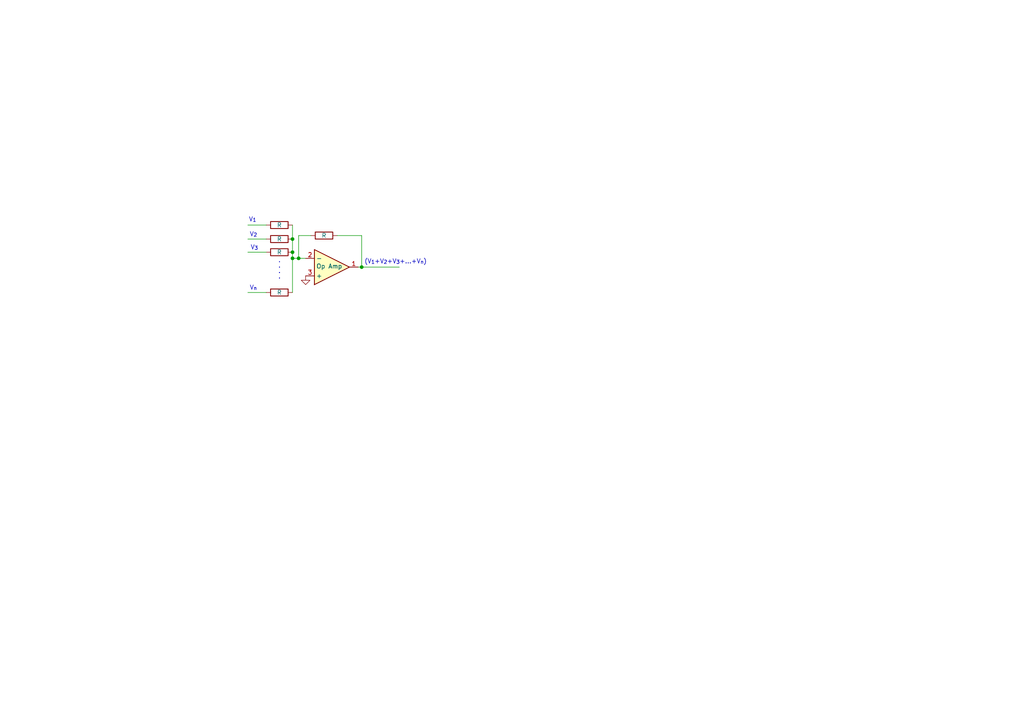
<source format=kicad_sch>
(kicad_sch (version 20211123) (generator eeschema)

  (uuid 0dcdf1b8-13c6-48b4-bd94-5d26038ff231)

  (paper "A4")

  (lib_symbols
    (symbol "Device:Opamp_Dual" (in_bom yes) (on_board yes)
      (property "Reference" "U" (id 0) (at 0 5.08 0)
        (effects (font (size 1.27 1.27)) (justify left))
      )
      (property "Value" "Opamp_Dual" (id 1) (at 0 -5.08 0)
        (effects (font (size 1.27 1.27)) (justify left))
      )
      (property "Footprint" "" (id 2) (at 0 0 0)
        (effects (font (size 1.27 1.27)) hide)
      )
      (property "Datasheet" "~" (id 3) (at 0 0 0)
        (effects (font (size 1.27 1.27)) hide)
      )
      (property "ki_locked" "" (id 4) (at 0 0 0)
        (effects (font (size 1.27 1.27)))
      )
      (property "ki_keywords" "dual opamp" (id 5) (at 0 0 0)
        (effects (font (size 1.27 1.27)) hide)
      )
      (property "ki_description" "Dual operational amplifier" (id 6) (at 0 0 0)
        (effects (font (size 1.27 1.27)) hide)
      )
      (property "ki_fp_filters" "SOIC*3.9x4.9mm*P1.27mm* DIP*W7.62mm* MSOP*3x3mm*P0.65mm* SSOP*2.95x2.8mm*P0.65mm* TSSOP*3x3mm*P0.65mm* VSSOP*P0.5mm* TO?99*" (id 7) (at 0 0 0)
        (effects (font (size 1.27 1.27)) hide)
      )
      (symbol "Opamp_Dual_1_1"
        (polyline
          (pts
            (xy -5.08 5.08)
            (xy 5.08 0)
            (xy -5.08 -5.08)
            (xy -5.08 5.08)
          )
          (stroke (width 0.254) (type default) (color 0 0 0 0))
          (fill (type background))
        )
        (pin output line (at 7.62 0 180) (length 2.54)
          (name "~" (effects (font (size 1.27 1.27))))
          (number "1" (effects (font (size 1.27 1.27))))
        )
        (pin input line (at -7.62 -2.54 0) (length 2.54)
          (name "-" (effects (font (size 1.27 1.27))))
          (number "2" (effects (font (size 1.27 1.27))))
        )
        (pin input line (at -7.62 2.54 0) (length 2.54)
          (name "+" (effects (font (size 1.27 1.27))))
          (number "3" (effects (font (size 1.27 1.27))))
        )
      )
      (symbol "Opamp_Dual_2_1"
        (polyline
          (pts
            (xy -5.08 5.08)
            (xy 5.08 0)
            (xy -5.08 -5.08)
            (xy -5.08 5.08)
          )
          (stroke (width 0.254) (type default) (color 0 0 0 0))
          (fill (type background))
        )
        (pin input line (at -7.62 2.54 0) (length 2.54)
          (name "+" (effects (font (size 1.27 1.27))))
          (number "5" (effects (font (size 1.27 1.27))))
        )
        (pin input line (at -7.62 -2.54 0) (length 2.54)
          (name "-" (effects (font (size 1.27 1.27))))
          (number "6" (effects (font (size 1.27 1.27))))
        )
        (pin output line (at 7.62 0 180) (length 2.54)
          (name "~" (effects (font (size 1.27 1.27))))
          (number "7" (effects (font (size 1.27 1.27))))
        )
      )
      (symbol "Opamp_Dual_3_1"
        (pin power_in line (at -2.54 -7.62 90) (length 3.81)
          (name "V-" (effects (font (size 1.27 1.27))))
          (number "4" (effects (font (size 1.27 1.27))))
        )
        (pin power_in line (at -2.54 7.62 270) (length 3.81)
          (name "V+" (effects (font (size 1.27 1.27))))
          (number "8" (effects (font (size 1.27 1.27))))
        )
      )
    )
    (symbol "Device:R" (pin_numbers hide) (pin_names (offset 0)) (in_bom yes) (on_board yes)
      (property "Reference" "R" (id 0) (at 2.032 0 90)
        (effects (font (size 1.27 1.27)))
      )
      (property "Value" "R" (id 1) (at 0 0 90)
        (effects (font (size 1.27 1.27)))
      )
      (property "Footprint" "" (id 2) (at -1.778 0 90)
        (effects (font (size 1.27 1.27)) hide)
      )
      (property "Datasheet" "~" (id 3) (at 0 0 0)
        (effects (font (size 1.27 1.27)) hide)
      )
      (property "ki_keywords" "R res resistor" (id 4) (at 0 0 0)
        (effects (font (size 1.27 1.27)) hide)
      )
      (property "ki_description" "Resistor" (id 5) (at 0 0 0)
        (effects (font (size 1.27 1.27)) hide)
      )
      (property "ki_fp_filters" "R_*" (id 6) (at 0 0 0)
        (effects (font (size 1.27 1.27)) hide)
      )
      (symbol "R_0_1"
        (rectangle (start -1.016 -2.54) (end 1.016 2.54)
          (stroke (width 0.254) (type default) (color 0 0 0 0))
          (fill (type none))
        )
      )
      (symbol "R_1_1"
        (pin passive line (at 0 3.81 270) (length 1.27)
          (name "~" (effects (font (size 1.27 1.27))))
          (number "1" (effects (font (size 1.27 1.27))))
        )
        (pin passive line (at 0 -3.81 90) (length 1.27)
          (name "~" (effects (font (size 1.27 1.27))))
          (number "2" (effects (font (size 1.27 1.27))))
        )
      )
    )
    (symbol "power:GND" (power) (pin_names (offset 0)) (in_bom yes) (on_board yes)
      (property "Reference" "#PWR" (id 0) (at 0 -6.35 0)
        (effects (font (size 1.27 1.27)) hide)
      )
      (property "Value" "GND" (id 1) (at 0 -3.81 0)
        (effects (font (size 1.27 1.27)))
      )
      (property "Footprint" "" (id 2) (at 0 0 0)
        (effects (font (size 1.27 1.27)) hide)
      )
      (property "Datasheet" "" (id 3) (at 0 0 0)
        (effects (font (size 1.27 1.27)) hide)
      )
      (property "ki_keywords" "power-flag" (id 4) (at 0 0 0)
        (effects (font (size 1.27 1.27)) hide)
      )
      (property "ki_description" "Power symbol creates a global label with name \"GND\" , ground" (id 5) (at 0 0 0)
        (effects (font (size 1.27 1.27)) hide)
      )
      (symbol "GND_0_1"
        (polyline
          (pts
            (xy 0 0)
            (xy 0 -1.27)
            (xy 1.27 -1.27)
            (xy 0 -2.54)
            (xy -1.27 -1.27)
            (xy 0 -1.27)
          )
          (stroke (width 0) (type default) (color 0 0 0 0))
          (fill (type none))
        )
      )
      (symbol "GND_1_1"
        (pin power_in line (at 0 0 270) (length 0) hide
          (name "GND" (effects (font (size 1.27 1.27))))
          (number "1" (effects (font (size 1.27 1.27))))
        )
      )
    )
  )

  (junction (at 84.836 73.152) (diameter 0) (color 0 0 0 0)
    (uuid 0c915f93-8a39-4587-9dc9-356a06b61836)
  )
  (junction (at 104.902 77.47) (diameter 0) (color 0 0 0 0)
    (uuid 10df6e07-cc84-4b25-a71b-19a35b4b40da)
  )
  (junction (at 84.836 69.342) (diameter 0) (color 0 0 0 0)
    (uuid 584dd6f4-b2b6-4752-a0db-43c61228b55e)
  )
  (junction (at 84.836 74.93) (diameter 0) (color 0 0 0 0)
    (uuid 8d9ea4cf-1047-42af-bf72-13258f22d6ad)
  )
  (junction (at 86.614 74.93) (diameter 0) (color 0 0 0 0)
    (uuid e16a8ef9-72be-44ea-a34c-71d53d6ff2bf)
  )

  (wire (pts (xy 84.836 69.342) (xy 84.836 73.152))
    (stroke (width 0) (type default) (color 0 0 0 0))
    (uuid 07f046b7-ee46-436d-a8d8-54e735bd514a)
  )
  (wire (pts (xy 71.882 69.342) (xy 77.216 69.342))
    (stroke (width 0) (type default) (color 0 0 0 0))
    (uuid 0a0fd5be-e7b2-43ae-9195-9d5873c1bab6)
  )
  (wire (pts (xy 104.902 68.326) (xy 104.902 77.47))
    (stroke (width 0) (type default) (color 0 0 0 0))
    (uuid 0e852933-f119-4b7f-a503-b829e02656a9)
  )
  (wire (pts (xy 104.902 77.47) (xy 103.886 77.47))
    (stroke (width 0) (type default) (color 0 0 0 0))
    (uuid 42795956-f125-4166-860d-4316fe3791b8)
  )
  (wire (pts (xy 84.836 74.93) (xy 86.614 74.93))
    (stroke (width 0) (type default) (color 0 0 0 0))
    (uuid 430cb5a0-6865-46d0-be60-5d722d3e8d80)
  )
  (wire (pts (xy 71.882 65.278) (xy 77.216 65.278))
    (stroke (width 0) (type default) (color 0 0 0 0))
    (uuid 49b6b563-e394-47d5-a80b-bda909a79e26)
  )
  (wire (pts (xy 86.614 68.326) (xy 90.17 68.326))
    (stroke (width 0) (type default) (color 0 0 0 0))
    (uuid 666dc23c-d707-448f-841d-377a6e08a250)
  )
  (wire (pts (xy 71.882 84.836) (xy 77.216 84.836))
    (stroke (width 0) (type default) (color 0 0 0 0))
    (uuid 66f46d35-beb6-4737-827c-92c8fa091cf0)
  )
  (wire (pts (xy 84.836 65.278) (xy 84.836 69.342))
    (stroke (width 0) (type default) (color 0 0 0 0))
    (uuid 728dda43-38f9-4d13-b2a9-59e599c86d99)
  )
  (wire (pts (xy 84.836 74.93) (xy 84.836 84.836))
    (stroke (width 0) (type default) (color 0 0 0 0))
    (uuid a2269e8d-b1dd-462a-b8e1-755b586f1f9c)
  )
  (wire (pts (xy 86.614 68.326) (xy 86.614 74.93))
    (stroke (width 0) (type default) (color 0 0 0 0))
    (uuid b09870ad-8985-4a1c-a7b1-3acb9a1b9282)
  )
  (wire (pts (xy 97.79 68.326) (xy 104.902 68.326))
    (stroke (width 0) (type default) (color 0 0 0 0))
    (uuid c7699973-e377-4c8c-8edc-6474ca187ece)
  )
  (wire (pts (xy 104.902 77.47) (xy 115.824 77.47))
    (stroke (width 0) (type default) (color 0 0 0 0))
    (uuid ec1c193f-86ec-48fc-a26b-de8201d681ac)
  )
  (wire (pts (xy 84.836 73.152) (xy 84.836 74.93))
    (stroke (width 0) (type default) (color 0 0 0 0))
    (uuid ec39e68d-6144-43b8-abb3-6034313acdbd)
  )
  (wire (pts (xy 86.614 74.93) (xy 88.646 74.93))
    (stroke (width 0) (type default) (color 0 0 0 0))
    (uuid eef9a49b-90d1-4463-b2c5-af035d3ae9d7)
  )
  (wire (pts (xy 71.882 73.152) (xy 77.216 73.152))
    (stroke (width 0) (type default) (color 0 0 0 0))
    (uuid f982285f-e499-4cce-bef6-ed04b209e25f)
  )

  (text "V_{2}" (at 72.39 68.834 0)
    (effects (font (size 1.27 1.27)) (justify left bottom))
    (uuid 101f6627-744c-4d06-a231-befd35fdcec4)
  )
  (text "V_{n}" (at 72.39 84.328 0)
    (effects (font (size 1.27 1.27)) (justify left bottom))
    (uuid 6e9cfca8-74db-4284-82c0-a80a6c3702ca)
  )
  (text "(V_{1}+V_{2}+V_{3}+...+V_{n})" (at 105.664 76.708 0)
    (effects (font (size 1.27 1.27)) (justify left bottom))
    (uuid 6f52f85c-aac3-4a99-8226-7744ad08fdc3)
  )
  (text "V_{1}" (at 72.136 64.516 0)
    (effects (font (size 1.27 1.27)) (justify left bottom))
    (uuid a705d1b9-0012-4ee0-b933-f84cde10ffd9)
  )
  (text ". . . ." (at 81.28 81.28 90)
    (effects (font (size 1.27 1.27)) (justify left bottom))
    (uuid ad8bebc5-2f22-4688-be1f-ab19304ec83b)
  )
  (text "V_{3}" (at 72.644 72.644 0)
    (effects (font (size 1.27 1.27)) (justify left bottom))
    (uuid b9846ae7-9448-49ab-ad9b-3f7eade4f22a)
  )

  (symbol (lib_id "Device:R") (at 93.98 68.326 90) (unit 1)
    (in_bom yes) (on_board yes)
    (uuid 4e944601-14c5-4478-a9d6-8d2ad19dcc43)
    (property "Reference" "R?" (id 0) (at 93.98 70.866 90)
      (effects (font (size 1.27 1.27)) hide)
    )
    (property "Value" "R" (id 1) (at 93.98 68.326 90))
    (property "Footprint" "" (id 2) (at 93.98 70.104 90)
      (effects (font (size 1.27 1.27)) hide)
    )
    (property "Datasheet" "~" (id 3) (at 93.98 68.326 0)
      (effects (font (size 1.27 1.27)) hide)
    )
    (pin "1" (uuid f22aae5d-f6eb-438b-9ba4-dcb7ba01f85f))
    (pin "2" (uuid d7fccf28-3bfa-4b51-bf91-5d4755a0686e))
  )

  (symbol (lib_id "power:GND") (at 88.646 80.01 0) (unit 1)
    (in_bom yes) (on_board yes) (fields_autoplaced)
    (uuid 5fe5bd8d-5a86-4565-bd10-e08c6de9aa03)
    (property "Reference" "#PWR?" (id 0) (at 88.646 86.36 0)
      (effects (font (size 1.27 1.27)) hide)
    )
    (property "Value" "GND" (id 1) (at 88.646 85.09 0)
      (effects (font (size 1.27 1.27)) hide)
    )
    (property "Footprint" "" (id 2) (at 88.646 80.01 0)
      (effects (font (size 1.27 1.27)) hide)
    )
    (property "Datasheet" "" (id 3) (at 88.646 80.01 0)
      (effects (font (size 1.27 1.27)) hide)
    )
    (pin "1" (uuid 885a1129-9446-432d-8d93-f91d54873594))
  )

  (symbol (lib_id "Device:R") (at 81.026 69.342 90) (unit 1)
    (in_bom yes) (on_board yes)
    (uuid 68435389-e911-43d9-accd-f38462c79cab)
    (property "Reference" "R?" (id 0) (at 81.026 71.882 90)
      (effects (font (size 1.27 1.27)) hide)
    )
    (property "Value" "R" (id 1) (at 81.026 69.342 90))
    (property "Footprint" "" (id 2) (at 81.026 71.12 90)
      (effects (font (size 1.27 1.27)) hide)
    )
    (property "Datasheet" "~" (id 3) (at 81.026 69.342 0)
      (effects (font (size 1.27 1.27)) hide)
    )
    (pin "1" (uuid 12400bec-a035-4aa2-9a39-f72c9ebb9aa4))
    (pin "2" (uuid 1a94d298-f62a-4380-8468-8a01e30dbe91))
  )

  (symbol (lib_id "Device:R") (at 81.026 84.836 90) (unit 1)
    (in_bom yes) (on_board yes)
    (uuid 741dbd82-fd9b-4b9c-96df-f51adb0653c0)
    (property "Reference" "R?" (id 0) (at 81.026 87.376 90)
      (effects (font (size 1.27 1.27)) hide)
    )
    (property "Value" "R" (id 1) (at 81.026 84.836 90))
    (property "Footprint" "" (id 2) (at 81.026 86.614 90)
      (effects (font (size 1.27 1.27)) hide)
    )
    (property "Datasheet" "~" (id 3) (at 81.026 84.836 0)
      (effects (font (size 1.27 1.27)) hide)
    )
    (pin "1" (uuid e817b7e7-6d27-435c-ac0c-38ea4df872b4))
    (pin "2" (uuid b6299321-6b08-474b-85b9-113a0e121dce))
  )

  (symbol (lib_id "Device:R") (at 81.026 73.152 90) (unit 1)
    (in_bom yes) (on_board yes)
    (uuid 84e64de5-2809-4251-a45b-2b46d2cc79df)
    (property "Reference" "R?" (id 0) (at 81.026 75.692 90)
      (effects (font (size 1.27 1.27)) hide)
    )
    (property "Value" "R" (id 1) (at 81.026 73.152 90))
    (property "Footprint" "" (id 2) (at 81.026 74.93 90)
      (effects (font (size 1.27 1.27)) hide)
    )
    (property "Datasheet" "~" (id 3) (at 81.026 73.152 0)
      (effects (font (size 1.27 1.27)) hide)
    )
    (pin "1" (uuid 5f4676ff-2597-415d-a32e-98d53038f432))
    (pin "2" (uuid ea7f95ca-1368-4ccc-b3c5-17a85c05a2dd))
  )

  (symbol (lib_id "Device:R") (at 81.026 65.278 90) (unit 1)
    (in_bom yes) (on_board yes)
    (uuid 9a93b9f5-04fa-4b9d-a8fc-1a71c825cf7d)
    (property "Reference" "R?" (id 0) (at 81.026 67.818 90)
      (effects (font (size 1.27 1.27)) hide)
    )
    (property "Value" "R" (id 1) (at 81.026 65.278 90))
    (property "Footprint" "" (id 2) (at 81.026 67.056 90)
      (effects (font (size 1.27 1.27)) hide)
    )
    (property "Datasheet" "~" (id 3) (at 81.026 65.278 0)
      (effects (font (size 1.27 1.27)) hide)
    )
    (pin "1" (uuid 7bba2af8-c672-4a2b-a05f-098078eac7d9))
    (pin "2" (uuid ac537336-33a0-47bc-90e1-5082b69cc9ca))
  )

  (symbol (lib_id "Device:Opamp_Dual") (at 96.266 77.47 0) (mirror x) (unit 1)
    (in_bom yes) (on_board yes)
    (uuid ca7eee62-ed2f-41f0-ba4a-5f9abd56ee97)
    (property "Reference" "U?" (id 0) (at 96.266 67.31 0)
      (effects (font (size 1.27 1.27)) hide)
    )
    (property "Value" "Op Amp" (id 1) (at 95.504 77.216 0))
    (property "Footprint" "" (id 2) (at 96.266 77.47 0)
      (effects (font (size 1.27 1.27)) hide)
    )
    (property "Datasheet" "~" (id 3) (at 96.266 77.47 0)
      (effects (font (size 1.27 1.27)) hide)
    )
    (pin "1" (uuid 0e11718f-21aa-474d-9bf4-88d875870740))
    (pin "2" (uuid 3afae848-3ba1-40f3-a73d-cfa98c2ff8b2))
    (pin "3" (uuid 97972d9a-c8ac-431f-b1f4-0da8477b5639))
  )

  (sheet_instances
    (path "/" (page "1"))
  )

  (symbol_instances
    (path "/5fe5bd8d-5a86-4565-bd10-e08c6de9aa03"
      (reference "#PWR?") (unit 1) (value "GND") (footprint "")
    )
    (path "/4e944601-14c5-4478-a9d6-8d2ad19dcc43"
      (reference "R?") (unit 1) (value "R") (footprint "")
    )
    (path "/68435389-e911-43d9-accd-f38462c79cab"
      (reference "R?") (unit 1) (value "R") (footprint "")
    )
    (path "/741dbd82-fd9b-4b9c-96df-f51adb0653c0"
      (reference "R?") (unit 1) (value "R") (footprint "")
    )
    (path "/84e64de5-2809-4251-a45b-2b46d2cc79df"
      (reference "R?") (unit 1) (value "R") (footprint "")
    )
    (path "/9a93b9f5-04fa-4b9d-a8fc-1a71c825cf7d"
      (reference "R?") (unit 1) (value "R") (footprint "")
    )
    (path "/ca7eee62-ed2f-41f0-ba4a-5f9abd56ee97"
      (reference "U?") (unit 1) (value "Op Amp") (footprint "")
    )
  )
)

</source>
